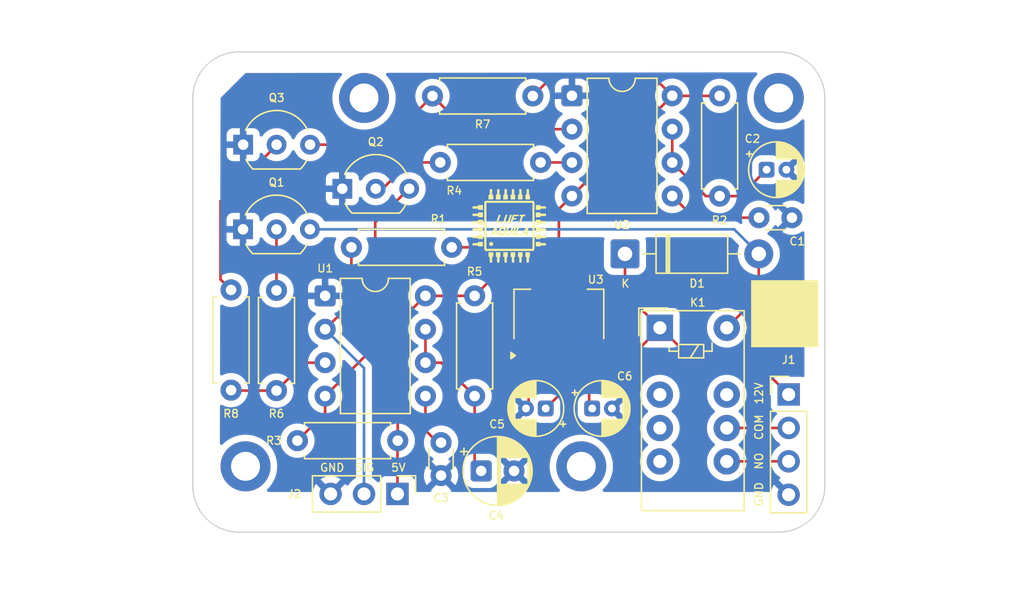
<source format=kicad_pcb>
(kicad_pcb (version 20241229) (generator "pcbnew") (generator_version "9.0")
  (layers (0 "F.Cu" signal) (2 "B.Cu" signal) (13 "F.Paste" user) (15 "B.Paste" user) (5 "F.SilkS" user "F.Silkscreen") (7 "B.SilkS" user "B.Silkscreen") (1 "F.Mask" user) (3 "B.Mask" user) (25 "Edge.Cuts" user))
  (net 0 "")
  (net 1 "GND")
  (net 2 "Net-(U2-CV)")
  (net 3 "Net-(U2-DIS)")
  (net 4 "Net-(U1-CV)")
  (net 5 "Net-(U1-DIS)")
  (net 6 "+12V")
  (net 7 "/RELAY")
  (net 8 "/SENS")
  (net 13 "Net-(Q1-B)")
  (net 14 "Net-(Q2-B)")
  (net 15 "/LOCK")
  (net 16 "/COOL")
  (net 17 "Net-(Q3-B)")
  (net 18 "Net-(U2-Q)")
  (net 19 "/TRIG")
  (net 20 "Net-(J1-Pin_3)")
  (net 21 "/COM")
  (net 22 "+5V")
  (footprint "MountingHole:MountingHole_2.2mm_M2_DIN965_Pad_TopBottom" (layer "F.Cu") (at 161.15 136.4)
    (property "Reference" "REF**" (hide yes))
    (property "Value" "MountingHole_2.2mm_M2_DIN965_Pad_TopBottom")
    (pad "1" thru_hole circle (at 0 0) (size 2.6 2.6) (drill 2.2) (layers "*.Cu" "*.Mask"))
    (pad "1" connect circle (at 0 0) (size 3.8 3.8) (layers "F.Cu" "F.Mask"))
    (pad "1" connect circle (at 0 0) (size 3.8 3.8) (layers "B.Cu" "B.Mask"))
  )
  (footprint "Capacitor_THT:CP_Radial_D4.0mm_P1.50mm" (layer "F.Cu") (at 175.227401 113.85)
    (property "Reference" "C2" (at -1.077401 -2.35 0) (layer "F.SilkS") (effects (font (size 0.6 0.6) (thickness 0.1))))
    (property "Value" "10uF")
    (pad "1" thru_hole roundrect (at 0 0) (size 1.2 1.2) (drill 0.6) (layers "*.Cu" "*.Mask") (roundrect_rratio 0.208333) (net 3 "Net-(U2-DIS)"))
    (pad "2" thru_hole circle (at 1.5 0) (size 1.2 1.2) (drill 0.6) (layers "*.Cu" "*.Mask") (net 1 "GND"))
  )
  (footprint "MountingHole:MountingHole_2.2mm_M2_DIN965_Pad_TopBottom" (layer "F.Cu") (at 135.65 136.4)
    (property "Reference" "REF**" (hide yes))
    (property "Value" "MountingHole_2.2mm_M2_DIN965_Pad_TopBottom")
    (pad "1" thru_hole circle (at 0 0) (size 2.6 2.6) (drill 2.2) (layers "*.Cu" "*.Mask"))
    (pad "1" connect circle (at 0 0) (size 3.8 3.8) (layers "F.Cu" "F.Mask"))
    (pad "1" connect circle (at 0 0) (size 3.8 3.8) (layers "B.Cu" "B.Mask"))
  )
  (footprint "pcb:luftaquila" (layer "F.Cu") (at 155.7 118.1)
    (property "Reference" "G***" (hide yes))
    (property "Value" "LOGO" (hide yes))
  )
  (footprint "Diode_THT:D_DO-41_SOD81_P10.16mm_Horizontal" (layer "F.Cu") (at 164.47 120.25)
    (property "Reference" "D1" (at 5.48 2.25 0) (layer "F.SilkS") (effects (font (size 0.6 0.6) (thickness 0.1))))
    (property "Value" "1N4007")
    (fp_text user "K" (at 0.03 2.25 0) (layer "F.SilkS") (effects (font (size 0.6 0.6) (thickness 0.1) (bold yes))))
    (pad "1" thru_hole roundrect (at 0 0) (size 2.2 2.2) (drill 1.1) (layers "*.Cu" "*.Mask") (roundrect_rratio 0.113636) (net 6 "+12V"))
    (pad "2" thru_hole circle (at 10.16 0) (size 2.2 2.2) (drill 1.1) (layers "*.Cu" "*.Mask") (net 7 "/RELAY"))
  )
  (footprint "Capacitor_THT:C_Disc_D3.0mm_W1.6mm_P2.50mm" (layer "F.Cu") (at 150.5 137.1 90)
    (property "Reference" "C3" (at -1.7 0 180) (layer "F.SilkS") (effects (font (size 0.6 0.6) (thickness 0.1))))
    (property "Value" "10nF")
    (pad "1" thru_hole circle (at 0 0 90) (size 1.6 1.6) (drill 0.8) (layers "*.Cu" "*.Mask") (net 1 "GND"))
    (pad "2" thru_hole circle (at 2.5 0 90) (size 1.6 1.6) (drill 0.8) (layers "*.Cu" "*.Mask") (net 4 "Net-(U1-CV)"))
  )
  (footprint "Capacitor_THT:C_Disc_D3.0mm_W1.6mm_P2.50mm" (layer "F.Cu") (at 177.15 117.5 180)
    (property "Reference" "C1" (at -0.4 -1.8 180) (layer "F.SilkS") (effects (font (size 0.6 0.6) (thickness 0.1))))
    (property "Value" "10nF")
    (pad "1" thru_hole circle (at 0 0 180) (size 1.6 1.6) (drill 0.8) (layers "*.Cu" "*.Mask") (net 1 "GND"))
    (pad "2" thru_hole circle (at 2.5 0 180) (size 1.6 1.6) (drill 0.8) (layers "*.Cu" "*.Mask") (net 2 "Net-(U2-CV)"))
  )
  (footprint "Capacitor_THT:CP_Radial_D4.0mm_P1.50mm" (layer "F.Cu") (at 161.977401 132)
    (property "Reference" "C6" (at 2.472599 -2.45 0) (layer "F.SilkS") (effects (font (size 0.6 0.6) (thickness 0.1) (bold yes))))
    (property "Value" "0.1uF")
    (pad "1" thru_hole roundrect (at 0 0) (size 1.2 1.2) (drill 0.6) (layers "*.Cu" "*.Mask") (roundrect_rratio 0.208333) (net 6 "+12V"))
    (pad "2" thru_hole circle (at 1.5 0) (size 1.2 1.2) (drill 0.6) (layers "*.Cu" "*.Mask") (net 1 "GND"))
  )
  (footprint "Package_TO_SOT_SMD:SOT-223-3_TabPin2" (layer "F.Cu") (at 159.45 124.85 90)
    (property "Reference" "U3" (at 2.65 2.8 180) (layer "F.SilkS") (effects (font (size 0.6 0.6) (thickness 0.1))))
    (property "Value" "AMS1117-5.0")
    (pad "1" smd roundrect (at -3.15 -2.3 90) (size 2 1.5) (layers "F.Cu" "F.Mask" "F.Paste") (net 1 "GND"))
    (pad "2" smd roundrect (at -3.15 0 90) (size 2 1.5) (layers "F.Cu" "F.Mask" "F.Paste") (net 22 "+5V"))
    (pad "2" smd roundrect (at 3.15 0 90) (size 2 3.8) (layers "F.Cu" "F.Mask" "F.Paste") (net 22 "+5V"))
    (pad "3" smd roundrect (at -3.15 2.3 90) (size 2 1.5) (layers "F.Cu" "F.Mask" "F.Paste") (net 6 "+12V"))
  )
  (footprint "Resistor_THT:R_Axial_DIN0207_L6.3mm_D2.5mm_P7.62mm_Horizontal" (layer "F.Cu") (at 171.66 108.24 -90)
    (property "Reference" "R2" (at 9.46 0.01 180) (layer "F.SilkS") (effects (font (size 0.6 0.6) (thickness 0.1))))
    (property "Value" "180k")
    (pad "1" thru_hole circle (at 0 0 270) (size 1.6 1.6) (drill 0.8) (layers "*.Cu" "*.Mask") (net 22 "+5V"))
    (pad "2" thru_hole circle (at 7.62 0 270) (size 1.6 1.6) (drill 0.8) (layers "*.Cu" "*.Mask") (net 3 "Net-(U2-DIS)"))
  )
  (footprint "Resistor_THT:R_Axial_DIN0207_L6.3mm_D2.5mm_P7.62mm_Horizontal" (layer "F.Cu") (at 138 130.645 90)
    (property "Reference" "R6" (at -1.755 0 180) (layer "F.SilkS") (effects (font (size 0.6 0.6) (thickness 0.1))))
    (property "Value" "4.7k")
    (pad "1" thru_hole circle (at 0 0 90) (size 1.6 1.6) (drill 0.8) (layers "*.Cu" "*.Mask") (net 19 "/TRIG"))
    (pad "2" thru_hole circle (at 7.62 0 90) (size 1.6 1.6) (drill 0.8) (layers "*.Cu" "*.Mask") (net 13 "Net-(Q1-B)"))
  )
  (footprint "Resistor_THT:R_Axial_DIN0207_L6.3mm_D2.5mm_P7.62mm_Horizontal" (layer "F.Cu") (at 143.69 119.75)
    (property "Reference" "R1" (at 6.61 -2.15 0) (layer "F.SilkS") (effects (font (size 0.6 0.6) (thickness 0.1))))
    (property "Value" "10k")
    (pad "1" thru_hole circle (at 0 0) (size 1.6 1.6) (drill 0.8) (layers "*.Cu" "*.Mask") (net 8 "/SENS"))
    (pad "2" thru_hole circle (at 7.62 0) (size 1.6 1.6) (drill 0.8) (layers "*.Cu" "*.Mask") (net 22 "+5V"))
  )
  (footprint "Resistor_THT:R_Axial_DIN0207_L6.3mm_D2.5mm_P7.62mm_Horizontal" (layer "F.Cu") (at 153.05 123.44 -90)
    (property "Reference" "R5" (at -1.84 0 180) (layer "F.SilkS") (effects (font (size 0.6 0.6) (thickness 0.1))))
    (property "Value" "180k")
    (pad "1" thru_hole circle (at 0 0 270) (size 1.6 1.6) (drill 0.8) (layers "*.Cu" "*.Mask") (net 22 "+5V"))
    (pad "2" thru_hole circle (at 7.62 0 270) (size 1.6 1.6) (drill 0.8) (layers "*.Cu" "*.Mask") (net 5 "Net-(U1-DIS)"))
  )
  (footprint "Capacitor_THT:CP_Radial_D4.0mm_P1.50mm" (layer "F.Cu") (at 158.45 132 180)
    (property "Reference" "C5" (at 3.7 -1.2 0) (layer "F.SilkS") (effects (font (size 0.6 0.6) (thickness 0.1) (bold yes))))
    (property "Value" "0.1uF")
    (pad "1" thru_hole roundrect (at 0 0 180) (size 1.2 1.2) (drill 0.6) (layers "*.Cu" "*.Mask") (roundrect_rratio 0.208333) (net 22 "+5V"))
    (pad "2" thru_hole circle (at 1.5 0 180) (size 1.2 1.2) (drill 0.6) (layers "*.Cu" "*.Mask") (net 1 "GND"))
  )
  (footprint "Package_DIP:DIP-8_W7.62mm" (layer "F.Cu") (at 160.44 108.23)
    (property "Reference" "U2" (at 3.805 9.82 0) (layer "F.SilkS") (effects (font (size 0.6 0.6) (thickness 0.1))))
    (property "Value" "NE555P")
    (pad "1" thru_hole roundrect (at 0 0) (size 1.6 1.6) (drill 0.8) (layers "*.Cu" "*.Mask") (roundrect_rratio 0.15625) (net 1 "GND"))
    (pad "2" thru_hole circle (at 0 2.54) (size 1.6 1.6) (drill 0.8) (layers "*.Cu" "*.Mask") (net 16 "/COOL"))
    (pad "3" thru_hole circle (at 0 5.08) (size 1.6 1.6) (drill 0.8) (layers "*.Cu" "*.Mask") (net 18 "Net-(U2-Q)"))
    (pad "4" thru_hole circle (at 0 7.62) (size 1.6 1.6) (drill 0.8) (layers "*.Cu" "*.Mask") (net 22 "+5V"))
    (pad "5" thru_hole circle (at 7.62 7.62) (size 1.6 1.6) (drill 0.8) (layers "*.Cu" "*.Mask") (net 2 "Net-(U2-CV)"))
    (pad "6" thru_hole circle (at 7.62 5.08) (size 1.6 1.6) (drill 0.8) (layers "*.Cu" "*.Mask") (net 3 "Net-(U2-DIS)"))
    (pad "7" thru_hole circle (at 7.62 2.54) (size 1.6 1.6) (drill 0.8) (layers "*.Cu" "*.Mask") (net 3 "Net-(U2-DIS)"))
    (pad "8" thru_hole circle (at 7.62 0) (size 1.6 1.6) (drill 0.8) (layers "*.Cu" "*.Mask") (net 22 "+5V"))
  )
  (footprint "Resistor_THT:R_Axial_DIN0207_L6.3mm_D2.5mm_P7.62mm_Horizontal" (layer "F.Cu") (at 139.59 134.45)
    (property "Reference" "R3" (at -1.79 0 0) (layer "F.SilkS") (effects (font (size 0.6 0.6) (thickness 0.1))))
    (property "Value" "10k")
    (pad "1" thru_hole circle (at 0 0) (size 1.6 1.6) (drill 0.8) (layers "*.Cu" "*.Mask") (net 15 "/LOCK"))
    (pad "2" thru_hole circle (at 7.62 0) (size 1.6 1.6) (drill 0.8) (layers "*.Cu" "*.Mask") (net 22 "+5V"))
  )
  (footprint "Connector_PinHeader_2.54mm:PinHeader_1x03_P2.54mm_Vertical" (layer "F.Cu") (at 147.19 138.5 -90)
    (property "Reference" "J2" (at 0 7.83 180) (layer "F.SilkS") (effects (font (size 0.6 0.6) (thickness 0.1))))
    (property "Value" "Conn_01x03_Socket")
    (pad "1" thru_hole rect (at 0 0 270) (size 1.7 1.7) (drill 1) (layers "*.Cu" "*.Mask") (net 22 "+5V"))
    (pad "2" thru_hole circle (at 0 2.54 270) (size 1.7 1.7) (drill 1) (layers "*.Cu" "*.Mask") (net 8 "/SENS"))
    (pad "3" thru_hole circle (at 0 5.08 270) (size 1.7 1.7) (drill 1) (layers "*.Cu" "*.Mask") (net 1 "GND"))
  )
  (footprint "Relay_THT:Relay_DPDT_Omron_G6S-2" (layer "F.Cu") (at 167.12 125.87)
    (property "Reference" "K1" (at 2.88 -1.92 0) (layer "F.SilkS") (effects (font (size 0.6 0.6) (thickness 0.1))))
    (property "Value" "G6S-2")
    (pad "1" thru_hole rect (at 0 0) (size 2 2) (drill 1) (layers "*.Cu" "*.Mask") (net 6 "+12V"))
    (pad "3" thru_hole circle (at 0 5.08) (size 2 2) (drill 1) (layers "*.Cu" "*.Mask"))
    (pad "4" thru_hole circle (at 0 7.62 270) (size 2 2) (drill 1) (layers "*.Cu" "*.Mask"))
    (pad "5" thru_hole circle (at 0 10.16) (size 2 2) (drill 1) (layers "*.Cu" "*.Mask"))
    (pad "8" thru_hole circle (at 5.08 10.16) (size 2 2) (drill 1) (layers "*.Cu" "*.Mask") (net 20 "Net-(J1-Pin_3)"))
    (pad "9" thru_hole circle (at 5.08 7.62 270) (size 2 2) (drill 1) (layers "*.Cu" "*.Mask") (net 21 "/COM"))
    (pad "10" thru_hole circle (at 5.08 5.08) (size 2 2) (drill 1) (layers "*.Cu" "*.Mask"))
    (pad "12" thru_hole circle (at 5.08 0) (size 2 2) (drill 1) (layers "*.Cu" "*.Mask") (net 7 "/RELAY"))
  )
  (footprint "MountingHole:MountingHole_2.2mm_M2_DIN965_Pad_TopBottom" (layer "F.Cu") (at 144.65 108.4)
    (property "Reference" "REF**" (hide yes))
    (property "Value" "MountingHole_2.2mm_M2_DIN965_Pad_TopBottom")
    (pad "1" thru_hole circle (at 0 0) (size 2.6 2.6) (drill 2.2) (layers "*.Cu" "*.Mask"))
    (pad "1" connect circle (at 0 0) (size 3.8 3.8) (layers "F.Cu" "F.Mask"))
    (pad "1" connect circle (at 0 0) (size 3.8 3.8) (layers "B.Cu" "B.Mask"))
  )
  (footprint "Connector_PinHeader_2.54mm:PinHeader_1x04_P2.54mm_Vertical" (layer "F.Cu") (at 176.9 130.94)
    (property "Reference" "J1" (at 0 -2.64 0) (layer "F.SilkS") (effects (font (size 0.6 0.6) (thickness 0.1))))
    (property "Value" "Conn_01x04_Socket")
    (pad "1" thru_hole rect (at 0 0) (size 1.7 1.7) (drill 1) (layers "*.Cu" "*.Mask") (net 6 "+12V"))
    (pad "2" thru_hole circle (at 0 2.54) (size 1.7 1.7) (drill 1) (layers "*.Cu" "*.Mask") (net 21 "/COM"))
    (pad "3" thru_hole circle (at 0 5.08) (size 1.7 1.7) (drill 1) (layers "*.Cu" "*.Mask") (net 20 "Net-(J1-Pin_3)"))
    (pad "4" thru_hole circle (at 0 7.62) (size 1.7 1.7) (drill 1) (layers "*.Cu" "*.Mask") (net 1 "GND"))
  )
  (footprint "Resistor_THT:R_Axial_DIN0207_L6.3mm_D2.5mm_P7.62mm_Horizontal" (layer "F.Cu") (at 134.55 130.61 90)
    (property "Reference" "R8" (at -1.79 0 180) (layer "F.SilkS") (effects (font (size 0.6 0.6) (thickness 0.1))))
    (property "Value" "10k")
    (pad "1" thru_hole circle (at 0 0 90) (size 1.6 1.6) (drill 0.8) (layers "*.Cu" "*.Mask") (net 19 "/TRIG"))
    (pad "2" thru_hole circle (at 7.62 0 90) (size 1.6 1.6) (drill 0.8) (layers "*.Cu" "*.Mask") (net 17 "Net-(Q3-B)"))
  )
  (footprint "Resistor_THT:R_Axial_DIN0207_L6.3mm_D2.5mm_P7.62mm_Horizontal" (layer "F.Cu") (at 158.06 113.3 180)
    (property "Reference" "R4" (at 6.56 -2.15 0) (layer "F.SilkS") (effects (font (size 0.6 0.6) (thickness 0.1))))
    (property "Value" "10k")
    (pad "1" thru_hole circle (at 0 0 180) (size 1.6 1.6) (drill 0.8) (layers "*.Cu" "*.Mask") (net 18 "Net-(U2-Q)"))
    (pad "2" thru_hole circle (at 7.62 0 180) (size 1.6 1.6) (drill 0.8) (layers "*.Cu" "*.Mask") (net 14 "Net-(Q2-B)"))
  )
  (footprint "Capacitor_THT:CP_Radial_D5.0mm_P2.50mm" (layer "F.Cu") (at 153.544888 136.75)
    (property "Reference" "C4" (at 1.155112 3.4 0) (layer "F.SilkS") (effects (font (size 0.6 0.6) (thickness 0.1))))
    (property "Value" "1uF")
    (pad "1" thru_hole roundrect (at 0 0) (size 1.6 1.6) (drill 0.8) (layers "*.Cu" "*.Mask") (roundrect_rratio 0.15625) (net 5 "Net-(U1-DIS)"))
    (pad "2" thru_hole circle (at 2.5 0) (size 1.6 1.6) (drill 0.8) (layers "*.Cu" "*.Mask") (net 1 "GND"))
  )
  (footprint "Resistor_THT:R_Axial_DIN0207_L6.3mm_D2.5mm_P7.62mm_Horizontal" (layer "F.Cu") (at 149.85 108.25)
    (property "Reference" "R7" (at 3.81 2.15 0) (layer "F.SilkS") (effects (font (size 0.6 0.6) (thickness 0.1))))
    (property "Value" "10k")
    (pad "1" thru_hole circle (at 0 0) (size 1.6 1.6) (drill 0.8) (layers "*.Cu" "*.Mask") (net 16 "/COOL"))
    (pad "2" thru_hole circle (at 7.62 0) (size 1.6 1.6) (drill 0.8) (layers "*.Cu" "*.Mask") (net 22 "+5V"))
  )
  (footprint "Package_TO_SOT_THT:TO-92_Inline_Wide" (layer "F.Cu") (at 135.47 111.95)
    (property "Reference" "Q3" (at 2.54 -3.56 0) (layer "F.SilkS") (effects (font (size 0.6 0.6) (thickness 0.1))))
    (property "Value" "2N3904")
    (pad "1" thru_hole rect (at 0 0) (size 1.5 1.5) (drill 0.8) (layers "*.Cu" "*.Mask") (net 1 "GND"))
    (pad "2" thru_hole circle (at 2.54 0) (size 1.5 1.5) (drill 0.8) (layers "*.Cu" "*.Mask") (net 17 "Net-(Q3-B)"))
    (pad "3" thru_hole circle (at 5.08 0) (size 1.5 1.5) (drill 0.8) (layers "*.Cu" "*.Mask") (net 16 "/COOL"))
  )
  (footprint "Package_TO_SOT_THT:TO-92_Inline_Wide" (layer "F.Cu") (at 135.46 118.385)
    (property "Reference" "Q1" (at 2.54 -3.56 0) (layer "F.SilkS") (effects (font (size 0.6 0.6) (thickness 0.1) (bold yes))))
    (property "Value" "2N3904")
    (pad "1" thru_hole rect (at 0 0) (size 1.5 1.5) (drill 0.8) (layers "*.Cu" "*.Mask") (net 1 "GND"))
    (pad "2" thru_hole circle (at 2.54 0) (size 1.5 1.5) (drill 0.8) (layers "*.Cu" "*.Mask") (net 13 "Net-(Q1-B)"))
    (pad "3" thru_hole circle (at 5.08 0) (size 1.5 1.5) (drill 0.8) (layers "*.Cu" "*.Mask") (net 7 "/RELAY"))
  )
  (footprint "Package_TO_SOT_THT:TO-92_Inline_Wide" (layer "F.Cu") (at 143 115.3)
    (property "Reference" "Q2" (at 2.54 -3.56 0) (layer "F.SilkS") (effects (font (size 0.6 0.6) (thickness 0.1))))
    (property "Value" "2N3904")
    (pad "1" thru_hole rect (at 0 0) (size 1.5 1.5) (drill 0.8) (layers "*.Cu" "*.Mask") (net 1 "GND"))
    (pad "2" thru_hole circle (at 2.54 0) (size 1.5 1.5) (drill 0.8) (layers "*.Cu" "*.Mask") (net 14 "Net-(Q2-B)"))
    (pad "3" thru_hole circle (at 5.08 0) (size 1.5 1.5) (drill 0.8) (layers "*.Cu" "*.Mask") (net 15 "/LOCK"))
  )
  (footprint "MountingHole:MountingHole_2.2mm_M2_DIN965_Pad_TopBottom" (layer "F.Cu") (at 176.15 108.4)
    (property "Reference" "REF**" (hide yes))
    (property "Value" "MountingHole_2.2mm_M2_DIN965_Pad_TopBottom")
    (pad "1" thru_hole circle (at 0 0) (size 2.6 2.6) (drill 2.2) (layers "*.Cu" "*.Mask"))
    (pad "1" connect circle (at 0 0) (size 3.8 3.8) (layers "F.Cu" "F.Mask"))
    (pad "1" connect circle (at 0 0) (size 3.8 3.8) (layers "B.Cu" "B.Mask"))
  )
  (footprint "Package_DIP:DIP-8_W7.62mm" (layer "F.Cu") (at 141.695 123.44)
    (property "Reference" "U1" (at 0.005 -2.09 0) (layer "F.SilkS") (effects (font (size 0.6 0.6) (thickness 0.1))))
    (property "Value" "NE555P")
    (pad "1" thru_hole roundrect (at 0 0) (size 1.6 1.6) (drill 0.8) (layers "*.Cu" "*.Mask") (roundrect_rratio 0.15625) (net 1 "GND"))
    (pad "2" thru_hole circle (at 0 2.54) (size 1.6 1.6) (drill 0.8) (layers "*.Cu" "*.Mask") (net 8 "/SENS"))
    (pad "3" thru_hole circle (at 0 5.08) (size 1.6 1.6) (drill 0.8) (layers "*.Cu" "*.Mask") (net 19 "/TRIG"))
    (pad "4" thru_hole circle (at 0 7.62) (size 1.6 1.6) (drill 0.8) (layers "*.Cu" "*.Mask") (net 15 "/LOCK"))
    (pad "5" thru_hole circle (at 7.62 7.62) (size 1.6 1.6) (drill 0.8) (layers "*.Cu" "*.Mask") (net 4 "Net-(U1-CV)"))
    (pad "6" thru_hole circle (at 7.62 5.08) (size 1.6 1.6) (drill 0.8) (layers "*.Cu" "*.Mask") (net 5 "Net-(U1-DIS)"))
    (pad "7" thru_hole circle (at 7.62 2.54) (size 1.6 1.6) (drill 0.8) (layers "*.Cu" "*.Mask") (net 5 "Net-(U1-DIS)"))
    (pad "8" thru_hole circle (at 7.62 0) (size 1.6 1.6) (drill 0.8) (layers "*.Cu" "*.Mask") (net 22 "+5V"))
  )
  (gr_rect (start 174.1 122.3) (end 179.1 127.3) (stroke (width 0.1)) (fill yes) (layer "F.SilkS"))
  (gr_arc (start 135.15 141.4) (mid 132.675126 140.374874) (end 131.65 137.9) (stroke (width 0.1)) (layer "Edge.Cuts"))
  (gr_line (start 176.15 141.4) (end 135.15 141.4) (stroke (width 0.1)) (layer "Edge.Cuts"))
  (gr_line (start 176.15 104.9) (end 135.15 104.9) (stroke (width 0.1)) (layer "Edge.Cuts"))
  (gr_line (start 131.65 108.4) (end 131.65 137.9) (stroke (width 0.1)) (layer "Edge.Cuts"))
  (gr_arc (start 176.15 104.9) (mid 178.624874 105.925126) (end 179.65 108.4) (stroke (width 0.1)) (layer "Edge.Cuts"))
  (gr_line (start 179.65 108.4) (end 179.65 137.9) (stroke (width 0.1)) (layer "Edge.Cuts"))
  (gr_arc (start 179.65 137.9) (mid 178.624874 140.374874) (end 176.15 141.4) (stroke (width 0.1)) (layer "Edge.Cuts"))
  (gr_arc (start 131.65 108.4) (mid 132.675126 105.925126) (end 135.15 104.9) (stroke (width 0.1)) (layer "Edge.Cuts"))
  (gr_text "GND" (at 141.25 136.85 0) (layer "F.SilkS") (effects (font (size 0.6 0.6) (thickness 0.1) (bold yes)) (justify left bottom)))
  (gr_text "SIG" (at 143.9 136.85 0) (layer "F.SilkS") (effects (font (size 0.6 0.6) (thickness 0.1) (bold yes)) (justify left bottom)))
  (gr_text "COM" (at 175 134.45 90) (layer "F.SilkS") (effects (font (size 0.6 0.6) (thickness 0.1) (bold yes)) (justify left bottom)))
  (gr_text "5V" (at 146.65 136.85 0) (layer "F.SilkS") (effects (font (size 0.6 0.6) (thickness 0.1) (bold yes)) (justify left bottom)))
  (gr_text "GND" (at 175 139.5 90) (layer "F.SilkS") (effects (font (size 0.6 0.6) (thickness 0.1) (bold yes)) (justify left bottom)))
  (gr_text "12V" (at 175 131.75 90) (layer "F.SilkS") (effects (font (size 0.6 0.6) (thickness 0.1) (bold yes)) (justify left bottom)))
  (gr_text "NO" (at 175 136.7 90) (layer "F.SilkS") (effects (font (size 0.6 0.6) (thickness 0.1) (bold yes)) (justify left bottom)))
  (segment (start 157.15 128) (end 157.15 131.8) (width 0.2) (layer "F.Cu") (net 1))
  (segment (start 157.15 131.8) (end 156.95 132) (width 0.2) (layer "F.Cu") (net 1))
  (segment (start 174.65 117.5) (end 169.71 117.5) (width 0.2) (layer "F.Cu") (net 2))
  (segment (start 169.71 117.5) (end 168.06 115.85) (width 0.2) (layer "F.Cu") (net 2))
  (segment (start 168.06 113.31) (end 170.61 115.86) (width 0.2) (layer "F.Cu") (net 3))
  (segment (start 173.217401 115.86) (end 175.227401 113.85) (width 0.2) (layer "F.Cu") (net 3))
  (segment (start 168.06 110.77) (end 168.06 113.31) (width 0.2) (layer "F.Cu") (net 3))
  (segment (start 170.61 115.86) (end 171.66 115.86) (width 0.2) (layer "F.Cu") (net 3))
  (segment (start 171.66 115.86) (end 173.217401 115.86) (width 0.2) (layer "F.Cu") (net 3))
  (segment (start 149.315 133.665) (end 150.1 134.45) (width 0.2) (layer "F.Cu") (net 4))
  (segment (start 149.315 131.06) (end 149.315 133.665) (width 0.2) (layer "F.Cu") (net 4))
  (segment (start 149.315 128.52) (end 150.51 128.52) (width 0.2) (layer "F.Cu") (net 5))
  (segment (start 153.05 131.06) (end 153.05 136.255112) (width 0.2) (layer "F.Cu") (net 5))
  (segment (start 149.325 128.51) (end 149.315 128.52) (width 0.2) (layer "F.Cu") (net 5))
  (segment (start 153.05 136.255112) (end 153.544888 136.75) (width 0.2) (layer "F.Cu") (net 5))
  (segment (start 150.51 128.52) (end 153.05 131.06) (width 0.2) (layer "F.Cu") (net 5))
  (segment (start 149.315 125.98) (end 149.315 128.52) (width 0.2) (layer "F.Cu") (net 5))
  (segment (start 165 128) (end 161.75 128) (width 0.2) (layer "F.Cu") (net 6))
  (segment (start 164.47 123.22) (end 167.12 125.87) (width 0.2) (layer "F.Cu") (net 6))
  (segment (start 161.75 131.772599) (end 161.977401 132) (width 0.2) (layer "F.Cu") (net 6))
  (segment (start 167.17 125.87) (end 167.12 125.87) (width 0.2) (layer "F.Cu") (net 6))
  (segment (start 161.75 128) (end 161.75 131.772599) (width 0.2) (layer "F.Cu") (net 6))
  (segment (start 174.2 128.25) (end 169.55 128.25) (width 0.2) (layer "F.Cu") (net 6))
  (segment (start 169.55 128.25) (end 167.17 125.87) (width 0.2) (layer "F.Cu") (net 6))
  (segment (start 176.89 130.94) (end 174.2 128.25) (width 0.2) (layer "F.Cu") (net 6))
  (segment (start 176.9 130.94) (end 176.89 130.94) (width 0.2) (layer "F.Cu") (net 6))
  (segment (start 167.12 125.88) (end 165 128) (width 0.2) (layer "F.Cu") (net 6))
  (segment (start 167.12 125.87) (end 167.12 125.88) (width 0.2) (layer "F.Cu") (net 6))
  (segment (start 164.47 120.25) (end 164.47 123.22) (width 0.2) (layer "F.Cu") (net 6))
  (segment (start 176.5 130.94) (end 176.9 130.94) (width 0.2) (layer "F.Cu") (net 6))
  (segment (start 174.63 123.44) (end 172.2 125.87) (width 0.2) (layer "F.Cu") (net 7))
  (segment (start 174.63 120.25) (end 174.63 123.44) (width 0.2) (layer "F.Cu") (net 7))
  (segment (start 140.54 118.385) (end 172.765 118.385) (width 0.2) (layer "B.Cu") (net 7))
  (segment (start 172.765 118.385) (end 174.63 120.25) (width 0.2) (layer "B.Cu") (net 7))
  (segment (start 143.69 123.985) (end 141.695 125.98) (width 0.2) (layer "F.Cu") (net 8))
  (segment (start 143.69 119.75) (end 143.69 123.985) (width 0.2) (layer "F.Cu") (net 8))
  (segment (start 141.695 125.98) (end 144.65 128.935) (width 0.2) (layer "B.Cu") (net 8))
  (segment (start 144.65 128.935) (end 144.65 138.05) (width 0.2) (layer "B.Cu") (net 8))
  (segment (start 138 118.385) (end 138 123.115) (width 0.2) (layer "F.Cu") (net 13))
  (segment (start 146.06 115.3) (end 148.06 113.3) (width 0.2) (layer "F.Cu") (net 14))
  (segment (start 150.44 113.3) (end 148.06 113.3) (width 0.2) (layer "F.Cu") (net 14))
  (segment (start 141.695 131.06) (end 141.695 132.345) (width 0.2) (layer "F.Cu") (net 15))
  (segment (start 148.05 115.3) (end 145.5 117.85) (width 0.2) (layer "F.Cu") (net 15))
  (segment (start 148.08 115.3) (end 148.05 115.3) (width 0.2) (layer "F.Cu") (net 15))
  (segment (start 145.5 127.255) (end 141.695 131.06) (width 0.2) (layer "F.Cu") (net 15))
  (segment (start 145.5 117.85) (end 145.5 127.255) (width 0.2) (layer "F.Cu") (net 15))
  (segment (start 141.695 132.345) (end 139.59 134.45) (width 0.2) (layer "F.Cu") (net 15))
  (segment (start 160.44 110.77) (end 152.37 110.77) (width 0.2) (layer "F.Cu") (net 16))
  (segment (start 146.15 111.95) (end 140.55 111.95) (width 0.2) (layer "F.Cu") (net 16))
  (segment (start 152.37 110.77) (end 149.85 108.25) (width 0.2) (layer "F.Cu") (net 16))
  (segment (start 149.85 108.25) (end 146.15 111.95) (width 0.2) (layer "F.Cu") (net 16))
  (segment (start 138.01 111.95) (end 138.01 111.99) (width 0.2) (layer "F.Cu") (net 17))
  (segment (start 133.75 116.25) (end 133.75 122.19) (width 0.2) (layer "F.Cu") (net 17))
  (segment (start 138.01 111.99) (end 133.75 116.25) (width 0.2) (layer "F.Cu") (net 17))
  (segment (start 133.75 122.19) (end 134.55 122.99) (width 0.2) (layer "F.Cu") (net 17))
  (segment (start 160.43 113.3) (end 160.44 113.31) (width 0.2) (layer "F.Cu") (net 18))
  (segment (start 157.62 113.3) (end 160.43 113.3) (width 0.2) (layer "F.Cu") (net 18))
  (segment (start 134.585 130.645) (end 134.55 130.61) (width 0.2) (layer "F.Cu") (net 19))
  (segment (start 141.695 128.52) (end 140.125 128.52) (width 0.2) (layer "F.Cu") (net 19))
  (segment (start 140.125 128.52) (end 138 130.645) (width 0.2) (layer "F.Cu") (net 19))
  (segment (start 138 130.645) (end 134.585 130.645) (width 0.2) (layer "F.Cu") (net 19))
  (segment (start 172.21 136.02) (end 172.2 136.03) (width 0.2) (layer "F.Cu") (net 20))
  (segment (start 176.9 136.02) (end 172.21 136.02) (width 0.2) (layer "F.Cu") (net 20))
  (segment (start 176.9 133.48) (end 172.21 133.48) (width 0.2) (layer "F.Cu") (net 21))
  (segment (start 176.5 133.48) (end 176.9 133.48) (width 0.2) (layer "F.Cu") (net 21))
  (segment (start 172.21 133.48) (end 172.2 133.49) (width 0.2) (layer "F.Cu") (net 21))
  (segment (start 158.64 120.89) (end 159.45 121.7) (width 0.2) (layer "F.Cu") (net 22))
  (segment (start 154.8 121.7) (end 154.79 121.7) (width 0.2) (layer "F.Cu") (net 22))
  (segment (start 159.45 131) (end 158.45 132) (width 0.2) (layer "F.Cu") (net 22))
  (segment (start 153.05 123.44) (end 149.315 123.44) (width 0.2) (layer "F.Cu") (net 22))
  (segment (start 159.45 128) (end 159.45 121.7) (width 0.2) (layer "F.Cu") (net 22))
  (segment (start 168.06 108.23) (end 166.63 106.8) (width 0.2) (layer "F.Cu") (net 22))
  (segment (start 149.315 123.44) (end 149.16 123.44) (width 0.2) (layer "F.Cu") (net 22))
  (segment (start 159.45 121.7) (end 154.8 121.7) (width 0.2) (layer "F.Cu") (net 22))
  (segment (start 166.63 106.8) (end 158.92 106.8) (width 0.2) (layer "F.Cu") (net 22))
  (segment (start 159.45 128) (end 159.45 131) (width 0.2) (layer "F.Cu") (net 22))
  (segment (start 168.07 108.24) (end 168.06 108.23) (width 0.2) (layer "F.Cu") (net 22))
  (segment (start 147.19 134.47) (end 147.21 134.45) (width 0.2) (layer "F.Cu") (net 22))
  (segment (start 171.66 108.24) (end 168.07 108.24) (width 0.2) (layer "F.Cu") (net 22))
  (segment (start 159.45 121.7) (end 159.45 116.84) (width 0.2) (layer "F.Cu") (net 22))
  (segment (start 158.92 106.8) (end 157.47 108.25) (width 0.2) (layer "F.Cu") (net 22))
  (segment (start 159.45 116.84) (end 160.44 115.85) (width 0.2) (layer "F.Cu") (net 22))
  (segment (start 154.8 121.7) (end 152.85 119.75) (width 0.2) (layer "F.Cu") (net 22))
  (segment (start 149.315 123.44) (end 147.21 125.545) (width 0.2) (layer "F.Cu") (net 22))
  (segment (start 147.21 125.545) (end 147.21 134.45) (width 0.2) (layer "F.Cu") (net 22))
  (segment (start 159.48 121.67) (end 159.45 121.7) (width 0.2) (layer "F.Cu") (net 22))
  (segment (start 154.79 121.7) (end 153.05 123.44) (width 0.2) (layer "F.Cu") (net 22))
  (segment (start 160.44 115.85) (end 168.06 108.23) (width 0.2) (layer "F.Cu") (net 22))
  (segment (start 147.19 138.05) (end 147.19 134.47) (width 0.2) (layer "F.Cu") (net 22))
  (segment (start 152.85 119.75) (end 151.31 119.75) (width 0.2) (layer "F.Cu") (net 22))
  (zone (net 1) (net_name "GND") (layer "B.Cu") (connect_pads (clearance 0.5)) (min_thickness 0.25) (fill yes (thermal_gap 0.5) (thermal_bridge_width 0.5))
    (polygon (pts (xy 176.15 106.45) (xy 135.65 106.5) (xy 133.75 108.4) (xy 133.7 136.4) (xy 135.65 138.35) (xy 176.15 138.35) (xy 178.1 136.4) (xy 178.1 108.4)))
  )
)
</source>
